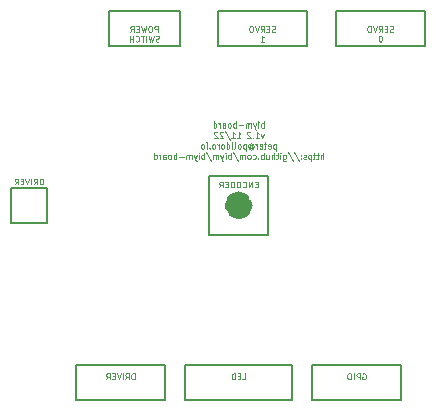
<source format=gbr>
%TF.GenerationSoftware,KiCad,Pcbnew,6.0.9*%
%TF.CreationDate,2022-11-20T22:09:46-05:00*%
%TF.ProjectId,biym-board,6269796d-2d62-46f6-9172-642e6b696361,1.2*%
%TF.SameCoordinates,Original*%
%TF.FileFunction,Legend,Bot*%
%TF.FilePolarity,Positive*%
%FSLAX46Y46*%
G04 Gerber Fmt 4.6, Leading zero omitted, Abs format (unit mm)*
G04 Created by KiCad (PCBNEW 6.0.9) date 2022-11-20 22:09:46*
%MOMM*%
%LPD*%
G01*
G04 APERTURE LIST*
%ADD10C,0.150000*%
%ADD11C,1.200000*%
%ADD12C,0.125000*%
%ADD13C,0.100000*%
%ADD14C,3.175000*%
%ADD15C,3.276600*%
G04 APERTURE END LIST*
D10*
X126250000Y-113500000D02*
X133750000Y-113500000D01*
X133750000Y-113500000D02*
X133750000Y-116500000D01*
X133750000Y-116500000D02*
X126250000Y-116500000D01*
X126250000Y-116500000D02*
X126250000Y-113500000D01*
X137500000Y-97500000D02*
X142500000Y-97500000D01*
X142500000Y-97500000D02*
X142500000Y-102500000D01*
X142500000Y-102500000D02*
X137500000Y-102500000D01*
X137500000Y-102500000D02*
X137500000Y-97500000D01*
X135500000Y-113500000D02*
X144500000Y-113500000D01*
X144500000Y-113500000D02*
X144500000Y-116500000D01*
X144500000Y-116500000D02*
X135500000Y-116500000D01*
X135500000Y-116500000D02*
X135500000Y-113500000D01*
X129000000Y-83500000D02*
X135000000Y-83500000D01*
X135000000Y-83500000D02*
X135000000Y-86500000D01*
X135000000Y-86500000D02*
X129000000Y-86500000D01*
X129000000Y-86500000D02*
X129000000Y-83500000D01*
X138250000Y-83500000D02*
X145750000Y-83500000D01*
X145750000Y-83500000D02*
X145750000Y-86500000D01*
X145750000Y-86500000D02*
X138250000Y-86500000D01*
X138250000Y-86500000D02*
X138250000Y-83500000D01*
X146250000Y-113500000D02*
X153750000Y-113500000D01*
X153750000Y-113500000D02*
X153750000Y-116500000D01*
X153750000Y-116500000D02*
X146250000Y-116500000D01*
X146250000Y-116500000D02*
X146250000Y-113500000D01*
D11*
X140600000Y-100000000D02*
G75*
G03*
X140600000Y-100000000I-600000J0D01*
G01*
D10*
X148250000Y-83500000D02*
X155750000Y-83500000D01*
X155750000Y-83500000D02*
X155750000Y-86500000D01*
X155750000Y-86500000D02*
X148250000Y-86500000D01*
X148250000Y-86500000D02*
X148250000Y-83500000D01*
X123750000Y-98500000D02*
X120750000Y-98500000D01*
X120750000Y-98500000D02*
X120750000Y-101500000D01*
X120750000Y-101500000D02*
X123750000Y-101500000D01*
X123750000Y-101500000D02*
X123750000Y-98500000D01*
D12*
X140321428Y-114726190D02*
X140559523Y-114726190D01*
X140559523Y-114226190D01*
X140154761Y-114464285D02*
X139988095Y-114464285D01*
X139916666Y-114726190D02*
X140154761Y-114726190D01*
X140154761Y-114226190D01*
X139916666Y-114226190D01*
X139702380Y-114726190D02*
X139702380Y-114226190D01*
X139583333Y-114226190D01*
X139511904Y-114250000D01*
X139464285Y-114297619D01*
X139440476Y-114345238D01*
X139416666Y-114440476D01*
X139416666Y-114511904D01*
X139440476Y-114607142D01*
X139464285Y-114654761D01*
X139511904Y-114702380D01*
X139583333Y-114726190D01*
X139702380Y-114726190D01*
X131190476Y-114726190D02*
X131190476Y-114226190D01*
X131071428Y-114226190D01*
X131000000Y-114250000D01*
X130952380Y-114297619D01*
X130928571Y-114345238D01*
X130904761Y-114440476D01*
X130904761Y-114511904D01*
X130928571Y-114607142D01*
X130952380Y-114654761D01*
X131000000Y-114702380D01*
X131071428Y-114726190D01*
X131190476Y-114726190D01*
X130404761Y-114726190D02*
X130571428Y-114488095D01*
X130690476Y-114726190D02*
X130690476Y-114226190D01*
X130500000Y-114226190D01*
X130452380Y-114250000D01*
X130428571Y-114273809D01*
X130404761Y-114321428D01*
X130404761Y-114392857D01*
X130428571Y-114440476D01*
X130452380Y-114464285D01*
X130500000Y-114488095D01*
X130690476Y-114488095D01*
X130190476Y-114726190D02*
X130190476Y-114226190D01*
X130023809Y-114226190D02*
X129857142Y-114726190D01*
X129690476Y-114226190D01*
X129523809Y-114464285D02*
X129357142Y-114464285D01*
X129285714Y-114726190D02*
X129523809Y-114726190D01*
X129523809Y-114226190D01*
X129285714Y-114226190D01*
X128785714Y-114726190D02*
X128952380Y-114488095D01*
X129071428Y-114726190D02*
X129071428Y-114226190D01*
X128880952Y-114226190D01*
X128833333Y-114250000D01*
X128809523Y-114273809D01*
X128785714Y-114321428D01*
X128785714Y-114392857D01*
X128809523Y-114440476D01*
X128833333Y-114464285D01*
X128880952Y-114488095D01*
X129071428Y-114488095D01*
X133154761Y-85323690D02*
X133154761Y-84823690D01*
X132964285Y-84823690D01*
X132916666Y-84847500D01*
X132892857Y-84871309D01*
X132869047Y-84918928D01*
X132869047Y-84990357D01*
X132892857Y-85037976D01*
X132916666Y-85061785D01*
X132964285Y-85085595D01*
X133154761Y-85085595D01*
X132559523Y-84823690D02*
X132464285Y-84823690D01*
X132416666Y-84847500D01*
X132369047Y-84895119D01*
X132345238Y-84990357D01*
X132345238Y-85157023D01*
X132369047Y-85252261D01*
X132416666Y-85299880D01*
X132464285Y-85323690D01*
X132559523Y-85323690D01*
X132607142Y-85299880D01*
X132654761Y-85252261D01*
X132678571Y-85157023D01*
X132678571Y-84990357D01*
X132654761Y-84895119D01*
X132607142Y-84847500D01*
X132559523Y-84823690D01*
X132178571Y-84823690D02*
X132059523Y-85323690D01*
X131964285Y-84966547D01*
X131869047Y-85323690D01*
X131750000Y-84823690D01*
X131559523Y-85061785D02*
X131392857Y-85061785D01*
X131321428Y-85323690D02*
X131559523Y-85323690D01*
X131559523Y-84823690D01*
X131321428Y-84823690D01*
X130821428Y-85323690D02*
X130988095Y-85085595D01*
X131107142Y-85323690D02*
X131107142Y-84823690D01*
X130916666Y-84823690D01*
X130869047Y-84847500D01*
X130845238Y-84871309D01*
X130821428Y-84918928D01*
X130821428Y-84990357D01*
X130845238Y-85037976D01*
X130869047Y-85061785D01*
X130916666Y-85085595D01*
X131107142Y-85085595D01*
X133250000Y-86104880D02*
X133178571Y-86128690D01*
X133059523Y-86128690D01*
X133011904Y-86104880D01*
X132988095Y-86081071D01*
X132964285Y-86033452D01*
X132964285Y-85985833D01*
X132988095Y-85938214D01*
X133011904Y-85914404D01*
X133059523Y-85890595D01*
X133154761Y-85866785D01*
X133202380Y-85842976D01*
X133226190Y-85819166D01*
X133250000Y-85771547D01*
X133250000Y-85723928D01*
X133226190Y-85676309D01*
X133202380Y-85652500D01*
X133154761Y-85628690D01*
X133035714Y-85628690D01*
X132964285Y-85652500D01*
X132797619Y-85628690D02*
X132678571Y-86128690D01*
X132583333Y-85771547D01*
X132488095Y-86128690D01*
X132369047Y-85628690D01*
X132178571Y-86128690D02*
X132178571Y-85628690D01*
X132011904Y-85628690D02*
X131726190Y-85628690D01*
X131869047Y-86128690D02*
X131869047Y-85628690D01*
X131273809Y-86081071D02*
X131297619Y-86104880D01*
X131369047Y-86128690D01*
X131416666Y-86128690D01*
X131488095Y-86104880D01*
X131535714Y-86057261D01*
X131559523Y-86009642D01*
X131583333Y-85914404D01*
X131583333Y-85842976D01*
X131559523Y-85747738D01*
X131535714Y-85700119D01*
X131488095Y-85652500D01*
X131416666Y-85628690D01*
X131369047Y-85628690D01*
X131297619Y-85652500D01*
X131273809Y-85676309D01*
X131059523Y-86128690D02*
X131059523Y-85628690D01*
X131059523Y-85866785D02*
X130773809Y-85866785D01*
X130773809Y-86128690D02*
X130773809Y-85628690D01*
X123440476Y-98226190D02*
X123440476Y-97726190D01*
X123321428Y-97726190D01*
X123250000Y-97750000D01*
X123202380Y-97797619D01*
X123178571Y-97845238D01*
X123154761Y-97940476D01*
X123154761Y-98011904D01*
X123178571Y-98107142D01*
X123202380Y-98154761D01*
X123250000Y-98202380D01*
X123321428Y-98226190D01*
X123440476Y-98226190D01*
X122654761Y-98226190D02*
X122821428Y-97988095D01*
X122940476Y-98226190D02*
X122940476Y-97726190D01*
X122750000Y-97726190D01*
X122702380Y-97750000D01*
X122678571Y-97773809D01*
X122654761Y-97821428D01*
X122654761Y-97892857D01*
X122678571Y-97940476D01*
X122702380Y-97964285D01*
X122750000Y-97988095D01*
X122940476Y-97988095D01*
X122440476Y-98226190D02*
X122440476Y-97726190D01*
X122273809Y-97726190D02*
X122107142Y-98226190D01*
X121940476Y-97726190D01*
X121773809Y-97964285D02*
X121607142Y-97964285D01*
X121535714Y-98226190D02*
X121773809Y-98226190D01*
X121773809Y-97726190D01*
X121535714Y-97726190D01*
X121035714Y-98226190D02*
X121202380Y-97988095D01*
X121321428Y-98226190D02*
X121321428Y-97726190D01*
X121130952Y-97726190D01*
X121083333Y-97750000D01*
X121059523Y-97773809D01*
X121035714Y-97821428D01*
X121035714Y-97892857D01*
X121059523Y-97940476D01*
X121083333Y-97964285D01*
X121130952Y-97988095D01*
X121321428Y-97988095D01*
X153095238Y-85299880D02*
X153023809Y-85323690D01*
X152904761Y-85323690D01*
X152857142Y-85299880D01*
X152833333Y-85276071D01*
X152809523Y-85228452D01*
X152809523Y-85180833D01*
X152833333Y-85133214D01*
X152857142Y-85109404D01*
X152904761Y-85085595D01*
X153000000Y-85061785D01*
X153047619Y-85037976D01*
X153071428Y-85014166D01*
X153095238Y-84966547D01*
X153095238Y-84918928D01*
X153071428Y-84871309D01*
X153047619Y-84847500D01*
X153000000Y-84823690D01*
X152880952Y-84823690D01*
X152809523Y-84847500D01*
X152595238Y-85061785D02*
X152428571Y-85061785D01*
X152357142Y-85323690D02*
X152595238Y-85323690D01*
X152595238Y-84823690D01*
X152357142Y-84823690D01*
X151857142Y-85323690D02*
X152023809Y-85085595D01*
X152142857Y-85323690D02*
X152142857Y-84823690D01*
X151952380Y-84823690D01*
X151904761Y-84847500D01*
X151880952Y-84871309D01*
X151857142Y-84918928D01*
X151857142Y-84990357D01*
X151880952Y-85037976D01*
X151904761Y-85061785D01*
X151952380Y-85085595D01*
X152142857Y-85085595D01*
X151714285Y-84823690D02*
X151547619Y-85323690D01*
X151380952Y-84823690D01*
X151119047Y-84823690D02*
X151023809Y-84823690D01*
X150976190Y-84847500D01*
X150928571Y-84895119D01*
X150904761Y-84990357D01*
X150904761Y-85157023D01*
X150928571Y-85252261D01*
X150976190Y-85299880D01*
X151023809Y-85323690D01*
X151119047Y-85323690D01*
X151166666Y-85299880D01*
X151214285Y-85252261D01*
X151238095Y-85157023D01*
X151238095Y-84990357D01*
X151214285Y-84895119D01*
X151166666Y-84847500D01*
X151119047Y-84823690D01*
X152023809Y-85628690D02*
X151976190Y-85628690D01*
X151928571Y-85652500D01*
X151904761Y-85676309D01*
X151880952Y-85723928D01*
X151857142Y-85819166D01*
X151857142Y-85938214D01*
X151880952Y-86033452D01*
X151904761Y-86081071D01*
X151928571Y-86104880D01*
X151976190Y-86128690D01*
X152023809Y-86128690D01*
X152071428Y-86104880D01*
X152095238Y-86081071D01*
X152119047Y-86033452D01*
X152142857Y-85938214D01*
X152142857Y-85819166D01*
X152119047Y-85723928D01*
X152095238Y-85676309D01*
X152071428Y-85652500D01*
X152023809Y-85628690D01*
D13*
X142119047Y-93420559D02*
X142119047Y-92870559D01*
X142119047Y-93080083D02*
X142071428Y-93053892D01*
X141976190Y-93053892D01*
X141928571Y-93080083D01*
X141904761Y-93106273D01*
X141880952Y-93158654D01*
X141880952Y-93315797D01*
X141904761Y-93368178D01*
X141928571Y-93394369D01*
X141976190Y-93420559D01*
X142071428Y-93420559D01*
X142119047Y-93394369D01*
X141666666Y-93420559D02*
X141666666Y-93053892D01*
X141666666Y-92870559D02*
X141690476Y-92896750D01*
X141666666Y-92922940D01*
X141642857Y-92896750D01*
X141666666Y-92870559D01*
X141666666Y-92922940D01*
X141476190Y-93053892D02*
X141357142Y-93420559D01*
X141238095Y-93053892D02*
X141357142Y-93420559D01*
X141404761Y-93551511D01*
X141428571Y-93577702D01*
X141476190Y-93603892D01*
X141047619Y-93420559D02*
X141047619Y-93053892D01*
X141047619Y-93106273D02*
X141023809Y-93080083D01*
X140976190Y-93053892D01*
X140904761Y-93053892D01*
X140857142Y-93080083D01*
X140833333Y-93132464D01*
X140833333Y-93420559D01*
X140833333Y-93132464D02*
X140809523Y-93080083D01*
X140761904Y-93053892D01*
X140690476Y-93053892D01*
X140642857Y-93080083D01*
X140619047Y-93132464D01*
X140619047Y-93420559D01*
X140380952Y-93211035D02*
X140000000Y-93211035D01*
X139761904Y-93420559D02*
X139761904Y-92870559D01*
X139761904Y-93080083D02*
X139714285Y-93053892D01*
X139619047Y-93053892D01*
X139571428Y-93080083D01*
X139547619Y-93106273D01*
X139523809Y-93158654D01*
X139523809Y-93315797D01*
X139547619Y-93368178D01*
X139571428Y-93394369D01*
X139619047Y-93420559D01*
X139714285Y-93420559D01*
X139761904Y-93394369D01*
X139238095Y-93420559D02*
X139285714Y-93394369D01*
X139309523Y-93368178D01*
X139333333Y-93315797D01*
X139333333Y-93158654D01*
X139309523Y-93106273D01*
X139285714Y-93080083D01*
X139238095Y-93053892D01*
X139166666Y-93053892D01*
X139119047Y-93080083D01*
X139095238Y-93106273D01*
X139071428Y-93158654D01*
X139071428Y-93315797D01*
X139095238Y-93368178D01*
X139119047Y-93394369D01*
X139166666Y-93420559D01*
X139238095Y-93420559D01*
X138642857Y-93420559D02*
X138642857Y-93132464D01*
X138666666Y-93080083D01*
X138714285Y-93053892D01*
X138809523Y-93053892D01*
X138857142Y-93080083D01*
X138642857Y-93394369D02*
X138690476Y-93420559D01*
X138809523Y-93420559D01*
X138857142Y-93394369D01*
X138880952Y-93341988D01*
X138880952Y-93289607D01*
X138857142Y-93237226D01*
X138809523Y-93211035D01*
X138690476Y-93211035D01*
X138642857Y-93184845D01*
X138404761Y-93420559D02*
X138404761Y-93053892D01*
X138404761Y-93158654D02*
X138380952Y-93106273D01*
X138357142Y-93080083D01*
X138309523Y-93053892D01*
X138261904Y-93053892D01*
X137880952Y-93420559D02*
X137880952Y-92870559D01*
X137880952Y-93394369D02*
X137928571Y-93420559D01*
X138023809Y-93420559D01*
X138071428Y-93394369D01*
X138095238Y-93368178D01*
X138119047Y-93315797D01*
X138119047Y-93158654D01*
X138095238Y-93106273D01*
X138071428Y-93080083D01*
X138023809Y-93053892D01*
X137928571Y-93053892D01*
X137880952Y-93080083D01*
X142119047Y-93939392D02*
X142000000Y-94306059D01*
X141880952Y-93939392D01*
X141428571Y-94306059D02*
X141714285Y-94306059D01*
X141571428Y-94306059D02*
X141571428Y-93756059D01*
X141619047Y-93834630D01*
X141666666Y-93887011D01*
X141714285Y-93913202D01*
X141214285Y-94253678D02*
X141190476Y-94279869D01*
X141214285Y-94306059D01*
X141238095Y-94279869D01*
X141214285Y-94253678D01*
X141214285Y-94306059D01*
X141000000Y-93808440D02*
X140976190Y-93782250D01*
X140928571Y-93756059D01*
X140809523Y-93756059D01*
X140761904Y-93782250D01*
X140738095Y-93808440D01*
X140714285Y-93860821D01*
X140714285Y-93913202D01*
X140738095Y-93991773D01*
X141023809Y-94306059D01*
X140714285Y-94306059D01*
X139857142Y-94306059D02*
X140142857Y-94306059D01*
X140000000Y-94306059D02*
X140000000Y-93756059D01*
X140047619Y-93834630D01*
X140095238Y-93887011D01*
X140142857Y-93913202D01*
X139380952Y-94306059D02*
X139666666Y-94306059D01*
X139523809Y-94306059D02*
X139523809Y-93756059D01*
X139571428Y-93834630D01*
X139619047Y-93887011D01*
X139666666Y-93913202D01*
X138809523Y-93729869D02*
X139238095Y-94437011D01*
X138666666Y-93808440D02*
X138642857Y-93782250D01*
X138595238Y-93756059D01*
X138476190Y-93756059D01*
X138428571Y-93782250D01*
X138404761Y-93808440D01*
X138380952Y-93860821D01*
X138380952Y-93913202D01*
X138404761Y-93991773D01*
X138690476Y-94306059D01*
X138380952Y-94306059D01*
X138190476Y-93808440D02*
X138166666Y-93782250D01*
X138119047Y-93756059D01*
X138000000Y-93756059D01*
X137952380Y-93782250D01*
X137928571Y-93808440D01*
X137904761Y-93860821D01*
X137904761Y-93913202D01*
X137928571Y-93991773D01*
X138214285Y-94306059D01*
X137904761Y-94306059D01*
X143154761Y-94824892D02*
X143154761Y-95374892D01*
X143154761Y-94851083D02*
X143107142Y-94824892D01*
X143011904Y-94824892D01*
X142964285Y-94851083D01*
X142940476Y-94877273D01*
X142916666Y-94929654D01*
X142916666Y-95086797D01*
X142940476Y-95139178D01*
X142964285Y-95165369D01*
X143011904Y-95191559D01*
X143107142Y-95191559D01*
X143154761Y-95165369D01*
X142511904Y-95165369D02*
X142559523Y-95191559D01*
X142654761Y-95191559D01*
X142702380Y-95165369D01*
X142726190Y-95112988D01*
X142726190Y-94903464D01*
X142702380Y-94851083D01*
X142654761Y-94824892D01*
X142559523Y-94824892D01*
X142511904Y-94851083D01*
X142488095Y-94903464D01*
X142488095Y-94955845D01*
X142726190Y-95008226D01*
X142345238Y-94824892D02*
X142154761Y-94824892D01*
X142273809Y-94641559D02*
X142273809Y-95112988D01*
X142250000Y-95165369D01*
X142202380Y-95191559D01*
X142154761Y-95191559D01*
X141797619Y-95165369D02*
X141845238Y-95191559D01*
X141940476Y-95191559D01*
X141988095Y-95165369D01*
X142011904Y-95112988D01*
X142011904Y-94903464D01*
X141988095Y-94851083D01*
X141940476Y-94824892D01*
X141845238Y-94824892D01*
X141797619Y-94851083D01*
X141773809Y-94903464D01*
X141773809Y-94955845D01*
X142011904Y-95008226D01*
X141559523Y-95191559D02*
X141559523Y-94824892D01*
X141559523Y-94929654D02*
X141535714Y-94877273D01*
X141511904Y-94851083D01*
X141464285Y-94824892D01*
X141416666Y-94824892D01*
X140940476Y-94929654D02*
X140964285Y-94903464D01*
X141011904Y-94877273D01*
X141059523Y-94877273D01*
X141107142Y-94903464D01*
X141130952Y-94929654D01*
X141154761Y-94982035D01*
X141154761Y-95034416D01*
X141130952Y-95086797D01*
X141107142Y-95112988D01*
X141059523Y-95139178D01*
X141011904Y-95139178D01*
X140964285Y-95112988D01*
X140940476Y-95086797D01*
X140940476Y-94877273D02*
X140940476Y-95086797D01*
X140916666Y-95112988D01*
X140892857Y-95112988D01*
X140845238Y-95086797D01*
X140821428Y-95034416D01*
X140821428Y-94903464D01*
X140869047Y-94824892D01*
X140940476Y-94772511D01*
X141035714Y-94746321D01*
X141130952Y-94772511D01*
X141202380Y-94824892D01*
X141250000Y-94903464D01*
X141273809Y-95008226D01*
X141250000Y-95112988D01*
X141202380Y-95191559D01*
X141130952Y-95243940D01*
X141035714Y-95270130D01*
X140940476Y-95243940D01*
X140869047Y-95191559D01*
X140607142Y-94824892D02*
X140607142Y-95374892D01*
X140607142Y-94851083D02*
X140559523Y-94824892D01*
X140464285Y-94824892D01*
X140416666Y-94851083D01*
X140392857Y-94877273D01*
X140369047Y-94929654D01*
X140369047Y-95086797D01*
X140392857Y-95139178D01*
X140416666Y-95165369D01*
X140464285Y-95191559D01*
X140559523Y-95191559D01*
X140607142Y-95165369D01*
X140083333Y-95191559D02*
X140130952Y-95165369D01*
X140154761Y-95139178D01*
X140178571Y-95086797D01*
X140178571Y-94929654D01*
X140154761Y-94877273D01*
X140130952Y-94851083D01*
X140083333Y-94824892D01*
X140011904Y-94824892D01*
X139964285Y-94851083D01*
X139940476Y-94877273D01*
X139916666Y-94929654D01*
X139916666Y-95086797D01*
X139940476Y-95139178D01*
X139964285Y-95165369D01*
X140011904Y-95191559D01*
X140083333Y-95191559D01*
X139630952Y-95191559D02*
X139678571Y-95165369D01*
X139702380Y-95112988D01*
X139702380Y-94641559D01*
X139440476Y-95191559D02*
X139440476Y-94824892D01*
X139440476Y-94641559D02*
X139464285Y-94667750D01*
X139440476Y-94693940D01*
X139416666Y-94667750D01*
X139440476Y-94641559D01*
X139440476Y-94693940D01*
X138988095Y-95191559D02*
X138988095Y-94641559D01*
X138988095Y-95165369D02*
X139035714Y-95191559D01*
X139130952Y-95191559D01*
X139178571Y-95165369D01*
X139202380Y-95139178D01*
X139226190Y-95086797D01*
X139226190Y-94929654D01*
X139202380Y-94877273D01*
X139178571Y-94851083D01*
X139130952Y-94824892D01*
X139035714Y-94824892D01*
X138988095Y-94851083D01*
X138678571Y-95191559D02*
X138726190Y-95165369D01*
X138750000Y-95139178D01*
X138773809Y-95086797D01*
X138773809Y-94929654D01*
X138750000Y-94877273D01*
X138726190Y-94851083D01*
X138678571Y-94824892D01*
X138607142Y-94824892D01*
X138559523Y-94851083D01*
X138535714Y-94877273D01*
X138511904Y-94929654D01*
X138511904Y-95086797D01*
X138535714Y-95139178D01*
X138559523Y-95165369D01*
X138607142Y-95191559D01*
X138678571Y-95191559D01*
X138297619Y-95191559D02*
X138297619Y-94824892D01*
X138297619Y-94929654D02*
X138273809Y-94877273D01*
X138250000Y-94851083D01*
X138202380Y-94824892D01*
X138154761Y-94824892D01*
X137916666Y-95191559D02*
X137964285Y-95165369D01*
X137988095Y-95139178D01*
X138011904Y-95086797D01*
X138011904Y-94929654D01*
X137988095Y-94877273D01*
X137964285Y-94851083D01*
X137916666Y-94824892D01*
X137845238Y-94824892D01*
X137797619Y-94851083D01*
X137773809Y-94877273D01*
X137750000Y-94929654D01*
X137750000Y-95086797D01*
X137773809Y-95139178D01*
X137797619Y-95165369D01*
X137845238Y-95191559D01*
X137916666Y-95191559D01*
X137535714Y-95139178D02*
X137511904Y-95165369D01*
X137535714Y-95191559D01*
X137559523Y-95165369D01*
X137535714Y-95139178D01*
X137535714Y-95191559D01*
X137297619Y-95191559D02*
X137297619Y-94824892D01*
X137297619Y-94641559D02*
X137321428Y-94667750D01*
X137297619Y-94693940D01*
X137273809Y-94667750D01*
X137297619Y-94641559D01*
X137297619Y-94693940D01*
X136988095Y-95191559D02*
X137035714Y-95165369D01*
X137059523Y-95139178D01*
X137083333Y-95086797D01*
X137083333Y-94929654D01*
X137059523Y-94877273D01*
X137035714Y-94851083D01*
X136988095Y-94824892D01*
X136916666Y-94824892D01*
X136869047Y-94851083D01*
X136845238Y-94877273D01*
X136821428Y-94929654D01*
X136821428Y-95086797D01*
X136845238Y-95139178D01*
X136869047Y-95165369D01*
X136916666Y-95191559D01*
X136988095Y-95191559D01*
X147154761Y-96077059D02*
X147154761Y-95527059D01*
X146940476Y-96077059D02*
X146940476Y-95788964D01*
X146964285Y-95736583D01*
X147011904Y-95710392D01*
X147083333Y-95710392D01*
X147130952Y-95736583D01*
X147154761Y-95762773D01*
X146773809Y-95710392D02*
X146583333Y-95710392D01*
X146702380Y-95527059D02*
X146702380Y-95998488D01*
X146678571Y-96050869D01*
X146630952Y-96077059D01*
X146583333Y-96077059D01*
X146488095Y-95710392D02*
X146297619Y-95710392D01*
X146416666Y-95527059D02*
X146416666Y-95998488D01*
X146392857Y-96050869D01*
X146345238Y-96077059D01*
X146297619Y-96077059D01*
X146130952Y-95710392D02*
X146130952Y-96260392D01*
X146130952Y-95736583D02*
X146083333Y-95710392D01*
X145988095Y-95710392D01*
X145940476Y-95736583D01*
X145916666Y-95762773D01*
X145892857Y-95815154D01*
X145892857Y-95972297D01*
X145916666Y-96024678D01*
X145940476Y-96050869D01*
X145988095Y-96077059D01*
X146083333Y-96077059D01*
X146130952Y-96050869D01*
X145702380Y-96050869D02*
X145654761Y-96077059D01*
X145559523Y-96077059D01*
X145511904Y-96050869D01*
X145488095Y-95998488D01*
X145488095Y-95972297D01*
X145511904Y-95919916D01*
X145559523Y-95893726D01*
X145630952Y-95893726D01*
X145678571Y-95867535D01*
X145702380Y-95815154D01*
X145702380Y-95788964D01*
X145678571Y-95736583D01*
X145630952Y-95710392D01*
X145559523Y-95710392D01*
X145511904Y-95736583D01*
X145273809Y-96024678D02*
X145250000Y-96050869D01*
X145273809Y-96077059D01*
X145297619Y-96050869D01*
X145273809Y-96024678D01*
X145273809Y-96077059D01*
X145273809Y-95736583D02*
X145250000Y-95762773D01*
X145273809Y-95788964D01*
X145297619Y-95762773D01*
X145273809Y-95736583D01*
X145273809Y-95788964D01*
X144678571Y-95500869D02*
X145107142Y-96208011D01*
X144154761Y-95500869D02*
X144583333Y-96208011D01*
X143773809Y-95710392D02*
X143773809Y-96155630D01*
X143797619Y-96208011D01*
X143821428Y-96234202D01*
X143869047Y-96260392D01*
X143940476Y-96260392D01*
X143988095Y-96234202D01*
X143773809Y-96050869D02*
X143821428Y-96077059D01*
X143916666Y-96077059D01*
X143964285Y-96050869D01*
X143988095Y-96024678D01*
X144011904Y-95972297D01*
X144011904Y-95815154D01*
X143988095Y-95762773D01*
X143964285Y-95736583D01*
X143916666Y-95710392D01*
X143821428Y-95710392D01*
X143773809Y-95736583D01*
X143535714Y-96077059D02*
X143535714Y-95710392D01*
X143535714Y-95527059D02*
X143559523Y-95553250D01*
X143535714Y-95579440D01*
X143511904Y-95553250D01*
X143535714Y-95527059D01*
X143535714Y-95579440D01*
X143369047Y-95710392D02*
X143178571Y-95710392D01*
X143297619Y-95527059D02*
X143297619Y-95998488D01*
X143273809Y-96050869D01*
X143226190Y-96077059D01*
X143178571Y-96077059D01*
X143011904Y-96077059D02*
X143011904Y-95527059D01*
X142797619Y-96077059D02*
X142797619Y-95788964D01*
X142821428Y-95736583D01*
X142869047Y-95710392D01*
X142940476Y-95710392D01*
X142988095Y-95736583D01*
X143011904Y-95762773D01*
X142345238Y-95710392D02*
X142345238Y-96077059D01*
X142559523Y-95710392D02*
X142559523Y-95998488D01*
X142535714Y-96050869D01*
X142488095Y-96077059D01*
X142416666Y-96077059D01*
X142369047Y-96050869D01*
X142345238Y-96024678D01*
X142107142Y-96077059D02*
X142107142Y-95527059D01*
X142107142Y-95736583D02*
X142059523Y-95710392D01*
X141964285Y-95710392D01*
X141916666Y-95736583D01*
X141892857Y-95762773D01*
X141869047Y-95815154D01*
X141869047Y-95972297D01*
X141892857Y-96024678D01*
X141916666Y-96050869D01*
X141964285Y-96077059D01*
X142059523Y-96077059D01*
X142107142Y-96050869D01*
X141654761Y-96024678D02*
X141630952Y-96050869D01*
X141654761Y-96077059D01*
X141678571Y-96050869D01*
X141654761Y-96024678D01*
X141654761Y-96077059D01*
X141202380Y-96050869D02*
X141250000Y-96077059D01*
X141345238Y-96077059D01*
X141392857Y-96050869D01*
X141416666Y-96024678D01*
X141440476Y-95972297D01*
X141440476Y-95815154D01*
X141416666Y-95762773D01*
X141392857Y-95736583D01*
X141345238Y-95710392D01*
X141250000Y-95710392D01*
X141202380Y-95736583D01*
X140916666Y-96077059D02*
X140964285Y-96050869D01*
X140988095Y-96024678D01*
X141011904Y-95972297D01*
X141011904Y-95815154D01*
X140988095Y-95762773D01*
X140964285Y-95736583D01*
X140916666Y-95710392D01*
X140845238Y-95710392D01*
X140797619Y-95736583D01*
X140773809Y-95762773D01*
X140750000Y-95815154D01*
X140750000Y-95972297D01*
X140773809Y-96024678D01*
X140797619Y-96050869D01*
X140845238Y-96077059D01*
X140916666Y-96077059D01*
X140535714Y-96077059D02*
X140535714Y-95710392D01*
X140535714Y-95762773D02*
X140511904Y-95736583D01*
X140464285Y-95710392D01*
X140392857Y-95710392D01*
X140345238Y-95736583D01*
X140321428Y-95788964D01*
X140321428Y-96077059D01*
X140321428Y-95788964D02*
X140297619Y-95736583D01*
X140250000Y-95710392D01*
X140178571Y-95710392D01*
X140130952Y-95736583D01*
X140107142Y-95788964D01*
X140107142Y-96077059D01*
X139511904Y-95500869D02*
X139940476Y-96208011D01*
X139345238Y-96077059D02*
X139345238Y-95527059D01*
X139345238Y-95736583D02*
X139297619Y-95710392D01*
X139202380Y-95710392D01*
X139154761Y-95736583D01*
X139130952Y-95762773D01*
X139107142Y-95815154D01*
X139107142Y-95972297D01*
X139130952Y-96024678D01*
X139154761Y-96050869D01*
X139202380Y-96077059D01*
X139297619Y-96077059D01*
X139345238Y-96050869D01*
X138892857Y-96077059D02*
X138892857Y-95710392D01*
X138892857Y-95527059D02*
X138916666Y-95553250D01*
X138892857Y-95579440D01*
X138869047Y-95553250D01*
X138892857Y-95527059D01*
X138892857Y-95579440D01*
X138702380Y-95710392D02*
X138583333Y-96077059D01*
X138464285Y-95710392D02*
X138583333Y-96077059D01*
X138630952Y-96208011D01*
X138654761Y-96234202D01*
X138702380Y-96260392D01*
X138273809Y-96077059D02*
X138273809Y-95710392D01*
X138273809Y-95762773D02*
X138250000Y-95736583D01*
X138202380Y-95710392D01*
X138130952Y-95710392D01*
X138083333Y-95736583D01*
X138059523Y-95788964D01*
X138059523Y-96077059D01*
X138059523Y-95788964D02*
X138035714Y-95736583D01*
X137988095Y-95710392D01*
X137916666Y-95710392D01*
X137869047Y-95736583D01*
X137845238Y-95788964D01*
X137845238Y-96077059D01*
X137250000Y-95500869D02*
X137678571Y-96208011D01*
X137083333Y-96077059D02*
X137083333Y-95527059D01*
X137083333Y-95736583D02*
X137035714Y-95710392D01*
X136940476Y-95710392D01*
X136892857Y-95736583D01*
X136869047Y-95762773D01*
X136845238Y-95815154D01*
X136845238Y-95972297D01*
X136869047Y-96024678D01*
X136892857Y-96050869D01*
X136940476Y-96077059D01*
X137035714Y-96077059D01*
X137083333Y-96050869D01*
X136630952Y-96077059D02*
X136630952Y-95710392D01*
X136630952Y-95527059D02*
X136654761Y-95553250D01*
X136630952Y-95579440D01*
X136607142Y-95553250D01*
X136630952Y-95527059D01*
X136630952Y-95579440D01*
X136440476Y-95710392D02*
X136321428Y-96077059D01*
X136202380Y-95710392D02*
X136321428Y-96077059D01*
X136369047Y-96208011D01*
X136392857Y-96234202D01*
X136440476Y-96260392D01*
X136011904Y-96077059D02*
X136011904Y-95710392D01*
X136011904Y-95762773D02*
X135988095Y-95736583D01*
X135940476Y-95710392D01*
X135869047Y-95710392D01*
X135821428Y-95736583D01*
X135797619Y-95788964D01*
X135797619Y-96077059D01*
X135797619Y-95788964D02*
X135773809Y-95736583D01*
X135726190Y-95710392D01*
X135654761Y-95710392D01*
X135607142Y-95736583D01*
X135583333Y-95788964D01*
X135583333Y-96077059D01*
X135345238Y-95867535D02*
X134964285Y-95867535D01*
X134726190Y-96077059D02*
X134726190Y-95527059D01*
X134726190Y-95736583D02*
X134678571Y-95710392D01*
X134583333Y-95710392D01*
X134535714Y-95736583D01*
X134511904Y-95762773D01*
X134488095Y-95815154D01*
X134488095Y-95972297D01*
X134511904Y-96024678D01*
X134535714Y-96050869D01*
X134583333Y-96077059D01*
X134678571Y-96077059D01*
X134726190Y-96050869D01*
X134202380Y-96077059D02*
X134250000Y-96050869D01*
X134273809Y-96024678D01*
X134297619Y-95972297D01*
X134297619Y-95815154D01*
X134273809Y-95762773D01*
X134250000Y-95736583D01*
X134202380Y-95710392D01*
X134130952Y-95710392D01*
X134083333Y-95736583D01*
X134059523Y-95762773D01*
X134035714Y-95815154D01*
X134035714Y-95972297D01*
X134059523Y-96024678D01*
X134083333Y-96050869D01*
X134130952Y-96077059D01*
X134202380Y-96077059D01*
X133607142Y-96077059D02*
X133607142Y-95788964D01*
X133630952Y-95736583D01*
X133678571Y-95710392D01*
X133773809Y-95710392D01*
X133821428Y-95736583D01*
X133607142Y-96050869D02*
X133654761Y-96077059D01*
X133773809Y-96077059D01*
X133821428Y-96050869D01*
X133845238Y-95998488D01*
X133845238Y-95946107D01*
X133821428Y-95893726D01*
X133773809Y-95867535D01*
X133654761Y-95867535D01*
X133607142Y-95841345D01*
X133369047Y-96077059D02*
X133369047Y-95710392D01*
X133369047Y-95815154D02*
X133345238Y-95762773D01*
X133321428Y-95736583D01*
X133273809Y-95710392D01*
X133226190Y-95710392D01*
X132845238Y-96077059D02*
X132845238Y-95527059D01*
X132845238Y-96050869D02*
X132892857Y-96077059D01*
X132988095Y-96077059D01*
X133035714Y-96050869D01*
X133059523Y-96024678D01*
X133083333Y-95972297D01*
X133083333Y-95815154D01*
X133059523Y-95762773D01*
X133035714Y-95736583D01*
X132988095Y-95710392D01*
X132892857Y-95710392D01*
X132845238Y-95736583D01*
D12*
X143095238Y-85299880D02*
X143023809Y-85323690D01*
X142904761Y-85323690D01*
X142857142Y-85299880D01*
X142833333Y-85276071D01*
X142809523Y-85228452D01*
X142809523Y-85180833D01*
X142833333Y-85133214D01*
X142857142Y-85109404D01*
X142904761Y-85085595D01*
X143000000Y-85061785D01*
X143047619Y-85037976D01*
X143071428Y-85014166D01*
X143095238Y-84966547D01*
X143095238Y-84918928D01*
X143071428Y-84871309D01*
X143047619Y-84847500D01*
X143000000Y-84823690D01*
X142880952Y-84823690D01*
X142809523Y-84847500D01*
X142595238Y-85061785D02*
X142428571Y-85061785D01*
X142357142Y-85323690D02*
X142595238Y-85323690D01*
X142595238Y-84823690D01*
X142357142Y-84823690D01*
X141857142Y-85323690D02*
X142023809Y-85085595D01*
X142142857Y-85323690D02*
X142142857Y-84823690D01*
X141952380Y-84823690D01*
X141904761Y-84847500D01*
X141880952Y-84871309D01*
X141857142Y-84918928D01*
X141857142Y-84990357D01*
X141880952Y-85037976D01*
X141904761Y-85061785D01*
X141952380Y-85085595D01*
X142142857Y-85085595D01*
X141714285Y-84823690D02*
X141547619Y-85323690D01*
X141380952Y-84823690D01*
X141119047Y-84823690D02*
X141023809Y-84823690D01*
X140976190Y-84847500D01*
X140928571Y-84895119D01*
X140904761Y-84990357D01*
X140904761Y-85157023D01*
X140928571Y-85252261D01*
X140976190Y-85299880D01*
X141023809Y-85323690D01*
X141119047Y-85323690D01*
X141166666Y-85299880D01*
X141214285Y-85252261D01*
X141238095Y-85157023D01*
X141238095Y-84990357D01*
X141214285Y-84895119D01*
X141166666Y-84847500D01*
X141119047Y-84823690D01*
X141857142Y-86128690D02*
X142142857Y-86128690D01*
X142000000Y-86128690D02*
X142000000Y-85628690D01*
X142047619Y-85700119D01*
X142095238Y-85747738D01*
X142142857Y-85771547D01*
X150500000Y-114250000D02*
X150547619Y-114226190D01*
X150619047Y-114226190D01*
X150690476Y-114250000D01*
X150738095Y-114297619D01*
X150761904Y-114345238D01*
X150785714Y-114440476D01*
X150785714Y-114511904D01*
X150761904Y-114607142D01*
X150738095Y-114654761D01*
X150690476Y-114702380D01*
X150619047Y-114726190D01*
X150571428Y-114726190D01*
X150500000Y-114702380D01*
X150476190Y-114678571D01*
X150476190Y-114511904D01*
X150571428Y-114511904D01*
X150261904Y-114726190D02*
X150261904Y-114226190D01*
X150071428Y-114226190D01*
X150023809Y-114250000D01*
X150000000Y-114273809D01*
X149976190Y-114321428D01*
X149976190Y-114392857D01*
X150000000Y-114440476D01*
X150023809Y-114464285D01*
X150071428Y-114488095D01*
X150261904Y-114488095D01*
X149761904Y-114726190D02*
X149761904Y-114226190D01*
X149428571Y-114226190D02*
X149333333Y-114226190D01*
X149285714Y-114250000D01*
X149238095Y-114297619D01*
X149214285Y-114392857D01*
X149214285Y-114559523D01*
X149238095Y-114654761D01*
X149285714Y-114702380D01*
X149333333Y-114726190D01*
X149428571Y-114726190D01*
X149476190Y-114702380D01*
X149523809Y-114654761D01*
X149547619Y-114559523D01*
X149547619Y-114392857D01*
X149523809Y-114297619D01*
X149476190Y-114250000D01*
X149428571Y-114226190D01*
X141607142Y-98214285D02*
X141440476Y-98214285D01*
X141369047Y-98476190D02*
X141607142Y-98476190D01*
X141607142Y-97976190D01*
X141369047Y-97976190D01*
X141154761Y-98476190D02*
X141154761Y-97976190D01*
X140869047Y-98476190D01*
X140869047Y-97976190D01*
X140345238Y-98428571D02*
X140369047Y-98452380D01*
X140440476Y-98476190D01*
X140488095Y-98476190D01*
X140559523Y-98452380D01*
X140607142Y-98404761D01*
X140630952Y-98357142D01*
X140654761Y-98261904D01*
X140654761Y-98190476D01*
X140630952Y-98095238D01*
X140607142Y-98047619D01*
X140559523Y-98000000D01*
X140488095Y-97976190D01*
X140440476Y-97976190D01*
X140369047Y-98000000D01*
X140345238Y-98023809D01*
X140035714Y-97976190D02*
X139940476Y-97976190D01*
X139892857Y-98000000D01*
X139845238Y-98047619D01*
X139821428Y-98142857D01*
X139821428Y-98309523D01*
X139845238Y-98404761D01*
X139892857Y-98452380D01*
X139940476Y-98476190D01*
X140035714Y-98476190D01*
X140083333Y-98452380D01*
X140130952Y-98404761D01*
X140154761Y-98309523D01*
X140154761Y-98142857D01*
X140130952Y-98047619D01*
X140083333Y-98000000D01*
X140035714Y-97976190D01*
X139607142Y-98476190D02*
X139607142Y-97976190D01*
X139488095Y-97976190D01*
X139416666Y-98000000D01*
X139369047Y-98047619D01*
X139345238Y-98095238D01*
X139321428Y-98190476D01*
X139321428Y-98261904D01*
X139345238Y-98357142D01*
X139369047Y-98404761D01*
X139416666Y-98452380D01*
X139488095Y-98476190D01*
X139607142Y-98476190D01*
X139107142Y-98214285D02*
X138940476Y-98214285D01*
X138869047Y-98476190D02*
X139107142Y-98476190D01*
X139107142Y-97976190D01*
X138869047Y-97976190D01*
X138369047Y-98476190D02*
X138535714Y-98238095D01*
X138654761Y-98476190D02*
X138654761Y-97976190D01*
X138464285Y-97976190D01*
X138416666Y-98000000D01*
X138392857Y-98023809D01*
X138369047Y-98071428D01*
X138369047Y-98142857D01*
X138392857Y-98190476D01*
X138416666Y-98214285D01*
X138464285Y-98238095D01*
X138654761Y-98238095D01*
%LPC*%
D14*
%TO.C,FW1*%
X162860000Y-91110000D03*
D15*
X117140000Y-91110000D03*
D14*
X162860000Y-108890000D03*
D15*
X117140000Y-108890000D03*
%TD*%
M02*

</source>
